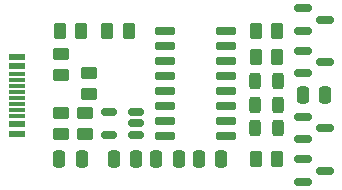
<source format=gtp>
%TF.GenerationSoftware,KiCad,Pcbnew,(6.0.5)*%
%TF.CreationDate,2025-03-09T20:53:28+01:00*%
%TF.ProjectId,PS2_to_USB_Converter,5053325f-746f-45f5-9553-425f436f6e76,rev?*%
%TF.SameCoordinates,Original*%
%TF.FileFunction,Paste,Top*%
%TF.FilePolarity,Positive*%
%FSLAX46Y46*%
G04 Gerber Fmt 4.6, Leading zero omitted, Abs format (unit mm)*
G04 Created by KiCad (PCBNEW (6.0.5)) date 2025-03-09 20:53:28*
%MOMM*%
%LPD*%
G01*
G04 APERTURE LIST*
G04 Aperture macros list*
%AMRoundRect*
0 Rectangle with rounded corners*
0 $1 Rounding radius*
0 $2 $3 $4 $5 $6 $7 $8 $9 X,Y pos of 4 corners*
0 Add a 4 corners polygon primitive as box body*
4,1,4,$2,$3,$4,$5,$6,$7,$8,$9,$2,$3,0*
0 Add four circle primitives for the rounded corners*
1,1,$1+$1,$2,$3*
1,1,$1+$1,$4,$5*
1,1,$1+$1,$6,$7*
1,1,$1+$1,$8,$9*
0 Add four rect primitives between the rounded corners*
20,1,$1+$1,$2,$3,$4,$5,0*
20,1,$1+$1,$4,$5,$6,$7,0*
20,1,$1+$1,$6,$7,$8,$9,0*
20,1,$1+$1,$8,$9,$2,$3,0*%
G04 Aperture macros list end*
%ADD10RoundRect,0.150000X0.725000X0.150000X-0.725000X0.150000X-0.725000X-0.150000X0.725000X-0.150000X0*%
%ADD11RoundRect,0.243750X-0.243750X-0.456250X0.243750X-0.456250X0.243750X0.456250X-0.243750X0.456250X0*%
%ADD12RoundRect,0.250000X0.250000X0.475000X-0.250000X0.475000X-0.250000X-0.475000X0.250000X-0.475000X0*%
%ADD13RoundRect,0.250000X0.262500X0.450000X-0.262500X0.450000X-0.262500X-0.450000X0.262500X-0.450000X0*%
%ADD14RoundRect,0.150000X0.512500X0.150000X-0.512500X0.150000X-0.512500X-0.150000X0.512500X-0.150000X0*%
%ADD15R,1.450000X0.600000*%
%ADD16R,1.450000X0.300000*%
%ADD17RoundRect,0.150000X-0.587500X-0.150000X0.587500X-0.150000X0.587500X0.150000X-0.587500X0.150000X0*%
%ADD18RoundRect,0.250000X-0.250000X-0.475000X0.250000X-0.475000X0.250000X0.475000X-0.250000X0.475000X0*%
%ADD19RoundRect,0.250000X-0.450000X0.262500X-0.450000X-0.262500X0.450000X-0.262500X0.450000X0.262500X0*%
%ADD20RoundRect,0.250000X0.450000X-0.262500X0.450000X0.262500X-0.450000X0.262500X-0.450000X-0.262500X0*%
%ADD21RoundRect,0.250000X-0.262500X-0.450000X0.262500X-0.450000X0.262500X0.450000X-0.262500X0.450000X0*%
G04 APERTURE END LIST*
D10*
%TO.C,U2*%
X149975000Y-105045000D03*
X149975000Y-103775000D03*
X149975000Y-102505000D03*
X149975000Y-101235000D03*
X149975000Y-99965000D03*
X149975000Y-98695000D03*
X149975000Y-97425000D03*
X149975000Y-96155000D03*
X144825000Y-96155000D03*
X144825000Y-97425000D03*
X144825000Y-98695000D03*
X144825000Y-99965000D03*
X144825000Y-101235000D03*
X144825000Y-102505000D03*
X144825000Y-103775000D03*
X144825000Y-105045000D03*
%TD*%
D11*
%TO.C,D2*%
X152462500Y-102400000D03*
X154337500Y-102400000D03*
%TD*%
D12*
%TO.C,C4*%
X142350000Y-107000000D03*
X140450000Y-107000000D03*
%TD*%
D11*
%TO.C,D1*%
X152462500Y-104400000D03*
X154337500Y-104400000D03*
%TD*%
D13*
%TO.C,R7*%
X154312500Y-96200000D03*
X152487500Y-96200000D03*
%TD*%
D14*
%TO.C,U1*%
X142337500Y-104950000D03*
X142337500Y-104000000D03*
X142337500Y-103050000D03*
X140062500Y-103050000D03*
X140062500Y-104950000D03*
%TD*%
D15*
%TO.C,J1*%
X132245000Y-98350000D03*
X132245000Y-99150000D03*
D16*
X132245000Y-100350000D03*
X132245000Y-101350000D03*
X132245000Y-101850000D03*
X132245000Y-102850000D03*
D15*
X132245000Y-104050000D03*
X132245000Y-104850000D03*
X132245000Y-104850000D03*
X132245000Y-104050000D03*
D16*
X132245000Y-103350000D03*
X132245000Y-102350000D03*
X132245000Y-100850000D03*
X132245000Y-99850000D03*
D15*
X132245000Y-99150000D03*
X132245000Y-98350000D03*
%TD*%
D17*
%TO.C,Q4*%
X156462500Y-107050000D03*
X156462500Y-108950000D03*
X158337500Y-108000000D03*
%TD*%
D11*
%TO.C,D3*%
X152462500Y-100400000D03*
X154337500Y-100400000D03*
%TD*%
D17*
%TO.C,Q3*%
X156462500Y-103450000D03*
X156462500Y-105350000D03*
X158337500Y-104400000D03*
%TD*%
%TO.C,Q1*%
X156462500Y-94250000D03*
X156462500Y-96150000D03*
X158337500Y-95200000D03*
%TD*%
D18*
%TO.C,C1*%
X144050000Y-107000000D03*
X145950000Y-107000000D03*
%TD*%
D19*
%TO.C,R2*%
X136000000Y-103087500D03*
X136000000Y-104912500D03*
%TD*%
D13*
%TO.C,R8*%
X154312500Y-107000000D03*
X152487500Y-107000000D03*
%TD*%
D20*
%TO.C,R1*%
X136000000Y-99912500D03*
X136000000Y-98087500D03*
%TD*%
D12*
%TO.C,C3*%
X137750000Y-107000000D03*
X135850000Y-107000000D03*
%TD*%
D17*
%TO.C,Q2*%
X156462500Y-97850000D03*
X156462500Y-99750000D03*
X158337500Y-98800000D03*
%TD*%
D18*
%TO.C,C5*%
X156450000Y-101600000D03*
X158350000Y-101600000D03*
%TD*%
D21*
%TO.C,R5*%
X135887500Y-96200000D03*
X137712500Y-96200000D03*
%TD*%
D13*
%TO.C,R6*%
X154312500Y-98400000D03*
X152487500Y-98400000D03*
%TD*%
D20*
%TO.C,R9*%
X138400000Y-101512500D03*
X138400000Y-99687500D03*
%TD*%
D21*
%TO.C,R4*%
X139887500Y-96200000D03*
X141712500Y-96200000D03*
%TD*%
D19*
%TO.C,R3*%
X138000000Y-103087500D03*
X138000000Y-104912500D03*
%TD*%
D18*
%TO.C,C2*%
X147650000Y-107000000D03*
X149550000Y-107000000D03*
%TD*%
M02*

</source>
